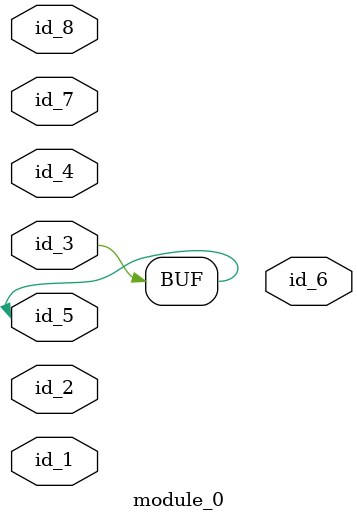
<source format=v>
module module_0 (
    id_1,
    id_2,
    id_3,
    id_4,
    id_5,
    id_6,
    id_7,
    id_8
);
  inout wire id_8;
  inout wire id_7;
  output wire id_6;
  inout wire id_5;
  input wire id_4;
  inout wire id_3;
  input wire id_2;
  inout wire id_1;
  assign id_5 = id_3;
endmodule
module module_1;
  always
    if (id_1)
      if (1) id_1 <= 1'b0;
      else id_1 <= 1;
  wire id_4;
  module_0 modCall_1 (
      id_4,
      id_4,
      id_4,
      id_4,
      id_4,
      id_4,
      id_4,
      id_4
  );
  wire id_5;
  assign id_3 = id_1;
endmodule

</source>
